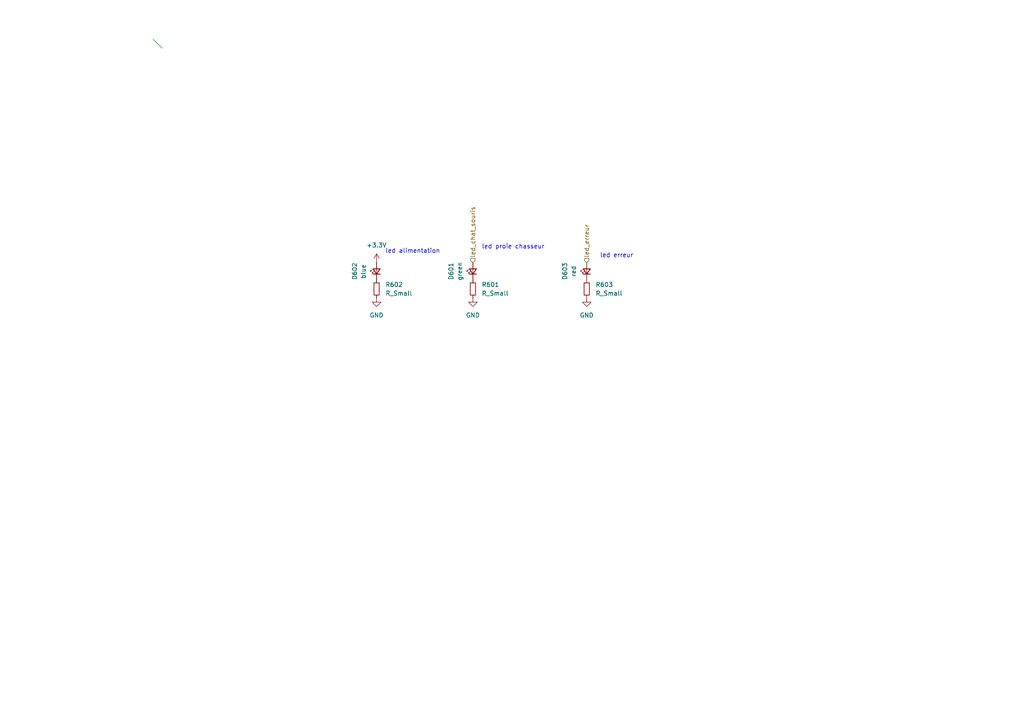
<source format=kicad_sch>
(kicad_sch (version 20230121) (generator eeschema)
  (paper "A4")
  (lib_symbols
    (symbol "Device:LED_Small" (pin_numbers hide) (pin_names (offset 0.254) hide)
      (property "Reference" "D" (at -1.27 3.175 0))
      (property "Value" "LED_Small" (at -4.445 -2.54 0))
      (symbol "LED_Small_0_1"
        (polyline (pts (xy -0.762 -1.016) (xy -0.762 1.016)) (stroke (width 0.254)))
        (polyline (pts (xy 1.016 0) (xy -0.762 0)))
        (polyline (pts (xy 0.762 -1.016) (xy -0.762 0) (xy 0.762 1.016) (xy 0.762 -1.016)) (stroke (width 0.254)))
        (polyline (pts (xy 0 0.762) (xy -0.508 1.27) (xy -0.254 1.27) (xy -0.508 1.27) (xy -0.508 1.016)))
        (polyline (pts (xy 0.508 1.27) (xy 0 1.778) (xy 0.254 1.778) (xy 0 1.778) (xy 0 1.524)))
      )
      (symbol "LED_Small_1_1"
        (pin passive line (at -2.54 0 0) (length 1.778) (name "K") (number "1"))
        (pin passive line (at 2.54 0 180) (length 1.778) (name "A") (number "2"))
      )
    )
    (symbol "Device:R_Small" (pin_numbers hide) (pin_names (offset 0.254) hide)
      (property "Reference" "R" (at 0.762 0.508 0))
      (property "Value" "R_Small" (at 0.762 -1.016 0))
      (symbol "R_Small_0_1"
        (rectangle (start -0.762 1.778) (end 0.762 -1.778) (stroke (width 0.2032)))
      )
      (symbol "R_Small_1_1"
        (pin passive line (at 0 2.54 270) (length 0.762) (name "~") (number "1"))
        (pin passive line (at 0 -2.54 90) (length 0.762) (name "~") (number "2"))
      )
    )
    (symbol "power:+3.3V" (power) (pin_names (offset 0))
      (property "Value" "+3.3V" (at 0 3.556 0))
      (symbol "+3.3V_0_1"
        (polyline (pts (xy -0.762 1.27) (xy 0 2.54)))
        (polyline (pts (xy 0 0) (xy 0 2.54)))
        (polyline (pts (xy 0 2.54) (xy 0.762 1.27)))
      )
      (symbol "+3.3V_1_1"
        (pin power_in line (at 0 0 90) (length 0) hide (name "+3.3V") (number "1"))
      )
    )
    (symbol "power:GND" (power) (pin_names (offset 0))
      (property "Value" "GND" (at 0 -3.81 0))
      (symbol "GND_0_1"
        (polyline (pts (xy 0 0) (xy 0 -1.27) (xy 1.27 -1.27) (xy 0 -2.54) (xy -1.27 -1.27) (xy 0 -1.27)))
      )
      (symbol "GND_1_1"
        (pin power_in line (at 0 0 270) (length 0) hide (name "GND") (number "1"))
      )
    )
  )
  (bus_entry (at 44.45 11.43) (size 2.54 2.54))
  (text "led proie chasseur" (at 139.7 72.39 0) (effects (font (size 1.27 1.27)) (justify left bottom)))
  (text "led erreur" (at 173.99 74.93 0) (effects (font (size 1.27 1.27)) (justify left bottom)))
  (text "led alimentation" (at 111.76 73.66 0) (effects (font (size 1.27 1.27)) (justify left bottom)))
  (hierarchical_label "led_chat_souris" (shape input) (at 137.16 76.2 90))
  (hierarchical_label "led_erreur" (shape input) (at 170.18 76.2 90))
  (symbol (lib_id "Device:LED_Small") (at 109.22 78.74 90) (unit 1)
    (property "Reference" "D602" (at 102.87 78.6765 0))
    (property "Value" "blue" (at 105.41 78.74 0))
  )
  (symbol (lib_id "Device:LED_Small") (at 137.16 78.74 90) (unit 1)
    (property "Reference" "D601" (at 130.81 78.6765 0))
    (property "Value" "green" (at 133.35 78.6765 0))
  )
  (symbol (lib_id "Device:LED_Small") (at 170.18 78.74 90) (unit 1)
    (property "Reference" "D603" (at 163.83 78.6765 0))
    (property "Value" "red" (at 166.37 78.6765 0))
  )
  (symbol (lib_id "power:GND") (at 137.16 86.36 0) (unit 1)
    (property "Reference" "#PWR0601" (effects hide))
    (property "Value" "GND" (at 137.16 91.44 0))
  )
  (symbol (lib_id "Device:R_Small") (at 170.18 83.82 180) (unit 1)
    (property "Reference" "R603" (at 172.72 82.55 0) (effects (justify right)))
    (property "Value" "R_Small" (at 172.72 85.09 0) (effects (justify right)))
  )
  (symbol (lib_id "Device:R_Small") (at 137.16 83.82 0) (unit 1)
    (property "Reference" "R601" (at 139.7 82.55 0) (effects (justify left)))
    (property "Value" "R_Small" (at 139.7 85.09 0) (effects (justify left)))
  )
  (symbol (lib_id "power:GND") (at 170.18 86.36 0) (unit 1)
    (property "Reference" "#PWR0603" (effects hide))
    (property "Value" "GND" (at 170.18 91.44 0))
  )
  (symbol (lib_id "power:GND") (at 109.22 86.36 0) (unit 1)
    (property "Reference" "#PWR0602" (effects hide))
    (property "Value" "GND" (at 109.22 91.44 0))
  )
  (symbol (lib_id "Device:R_Small") (at 109.22 83.82 0) (unit 1)
    (property "Reference" "R602" (at 111.76 82.55 0) (effects (justify left)))
    (property "Value" "R_Small" (at 111.76 85.09 0) (effects (justify left)))
  )
  (symbol (lib_id "power:+3.3V") (at 109.22 76.2 0) (unit 1)
    (property "Reference" "#PWR0605" (effects hide))
    (property "Value" "+3.3V" (at 109.22 71.12 0))
  )
)
</source>
